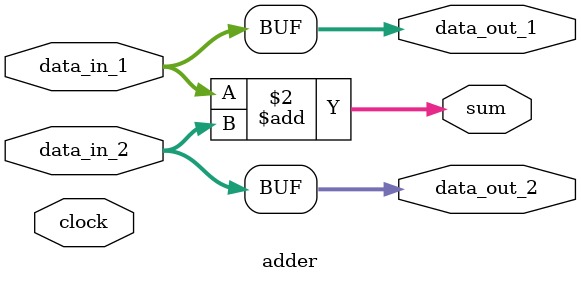
<source format=v>
module adder (
input wire [31:0] data_in_1,
input wire [31:0] data_in_2,
input wire clock,
output reg [31:0] sum,
output reg [31:0] data_out_1,
output reg [31:0] data_out_2);


always @(*)	begin
			sum <=data_in_1+data_in_2;
			data_out_1 <= data_in_1;
			data_out_2 <= data_in_2; 
end
endmodule
</source>
